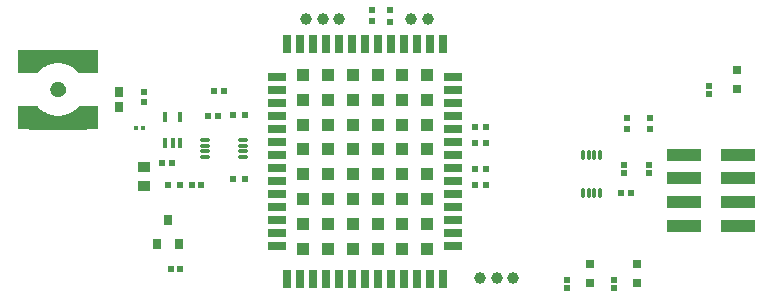
<source format=gtp>
G04*
G04 #@! TF.GenerationSoftware,Altium Limited,Altium Designer,21.6.4 (81)*
G04*
G04 Layer_Color=8421504*
%FSLAX44Y44*%
%MOMM*%
G71*
G04*
G04 #@! TF.SameCoordinates,1866F5A2-3B0E-43F8-A249-63D3AF7C4C1F*
G04*
G04*
G04 #@! TF.FilePolarity,Positive*
G04*
G01*
G75*
%ADD19R,0.4725X0.5811*%
%ADD20R,0.5811X0.4725*%
%ADD21R,0.5000X0.6000*%
%ADD22R,0.6000X0.5000*%
%ADD23R,5.0000X1.0000*%
%ADD24C,1.0000*%
%ADD25R,0.8000X0.8000*%
G04:AMPARAMS|DCode=26|XSize=0.4mm|YSize=0.85mm|CornerRadius=0.05mm|HoleSize=0mm|Usage=FLASHONLY|Rotation=180.000|XOffset=0mm|YOffset=0mm|HoleType=Round|Shape=RoundedRectangle|*
%AMROUNDEDRECTD26*
21,1,0.4000,0.7500,0,0,180.0*
21,1,0.3000,0.8500,0,0,180.0*
1,1,0.1000,-0.1500,0.3750*
1,1,0.1000,0.1500,0.3750*
1,1,0.1000,0.1500,-0.3750*
1,1,0.1000,-0.1500,-0.3750*
%
%ADD26ROUNDEDRECTD26*%
%ADD27R,0.8000X1.5000*%
%ADD28R,1.5000X0.8000*%
%ADD29R,1.1000X1.1000*%
%ADD30R,0.6200X0.6000*%
%ADD31R,0.6153X0.5725*%
G04:AMPARAMS|DCode=32|XSize=0.3mm|YSize=0.8mm|CornerRadius=0.0495mm|HoleSize=0mm|Usage=FLASHONLY|Rotation=90.000|XOffset=0mm|YOffset=0mm|HoleType=Round|Shape=RoundedRectangle|*
%AMROUNDEDRECTD32*
21,1,0.3000,0.7010,0,0,90.0*
21,1,0.2010,0.8000,0,0,90.0*
1,1,0.0990,0.3505,0.1005*
1,1,0.0990,0.3505,-0.1005*
1,1,0.0990,-0.3505,-0.1005*
1,1,0.0990,-0.3505,0.1005*
%
%ADD32ROUNDEDRECTD32*%
%ADD33R,0.8000X0.9000*%
%ADD34R,0.6500X0.8500*%
%ADD35R,0.5725X0.6153*%
%ADD36R,0.4541X0.3627*%
%ADD37R,1.0000X0.9000*%
%ADD38R,0.6000X0.6200*%
%ADD39R,2.9500X1.0200*%
G04:AMPARAMS|DCode=40|XSize=0.3mm|YSize=0.8mm|CornerRadius=0.0495mm|HoleSize=0mm|Usage=FLASHONLY|Rotation=0.000|XOffset=0mm|YOffset=0mm|HoleType=Round|Shape=RoundedRectangle|*
%AMROUNDEDRECTD40*
21,1,0.3000,0.7010,0,0,0.0*
21,1,0.2010,0.8000,0,0,0.0*
1,1,0.0990,0.1005,-0.3505*
1,1,0.0990,-0.1005,-0.3505*
1,1,0.0990,-0.1005,0.3505*
1,1,0.0990,0.1005,0.3505*
%
%ADD40ROUNDEDRECTD40*%
G36*
X40923Y183315D02*
X40935Y183301D01*
X40946Y183286D01*
X41000Y183228D01*
X41053Y183168D01*
X41067Y183155D01*
X41079Y183142D01*
X43342Y180918D01*
X43385Y180880D01*
X43426Y180840D01*
X43458Y180815D01*
X43489Y180788D01*
X43535Y180754D01*
X43580Y180718D01*
X46160Y178872D01*
X46208Y178841D01*
X46255Y178808D01*
X46290Y178788D01*
X46325Y178765D01*
X46376Y178739D01*
X46426Y178711D01*
X49260Y177285D01*
X49313Y177262D01*
X49364Y177237D01*
X49403Y177222D01*
X49440Y177206D01*
X49494Y177188D01*
X49548Y177168D01*
X52569Y176198D01*
X52624Y176183D01*
X52679Y176166D01*
X52719Y176158D01*
X52759Y176147D01*
X52815Y176138D01*
X52871Y176126D01*
X56006Y175635D01*
X56063Y175629D01*
X56119Y175621D01*
X56160Y175619D01*
X56201Y175615D01*
X56258Y175614D01*
X56315Y175611D01*
X59488D01*
X59545Y175614D01*
X59602Y175615D01*
X59643Y175619D01*
X59684Y175621D01*
X59741Y175629D01*
X59798Y175635D01*
X62932Y176126D01*
X62988Y176138D01*
X63045Y176147D01*
X63085Y176158D01*
X63125Y176166D01*
X63179Y176183D01*
X63235Y176198D01*
X66256Y177168D01*
X66309Y177188D01*
X66364Y177206D01*
X66401Y177222D01*
X66439Y177237D01*
X66491Y177262D01*
X66543Y177285D01*
X69378Y178711D01*
X69427Y178739D01*
X69478Y178765D01*
X69513Y178787D01*
X69549Y178808D01*
X69595Y178840D01*
X69644Y178872D01*
X72223Y180718D01*
X72268Y180754D01*
X72314Y180788D01*
X72345Y180815D01*
X72377Y180840D01*
X72418Y180880D01*
X72461Y180918D01*
X74724Y183142D01*
X74737Y183155D01*
X74750Y183168D01*
X74803Y183228D01*
X74858Y183286D01*
X74869Y183301D01*
X74881Y183315D01*
X75275Y183805D01*
X91459Y183805D01*
Y164188D01*
X24344D01*
Y183805D01*
X40528D01*
X40923Y183315D01*
D02*
G37*
G36*
X59837Y204378D02*
X61044Y203878D01*
X62130Y203152D01*
X63054Y202228D01*
X63780Y201141D01*
X64280Y199934D01*
X64535Y198652D01*
Y197999D01*
Y197346D01*
X64280Y196064D01*
X63780Y194857D01*
X63054Y193771D01*
X62130Y192846D01*
X61044Y192120D01*
X59837Y191620D01*
X58555Y191366D01*
X57248D01*
X55967Y191620D01*
X54760Y192120D01*
X53673Y192846D01*
X52749Y193770D01*
X52023Y194857D01*
X51523Y196064D01*
X51268Y197346D01*
Y197999D01*
Y198652D01*
X51523Y199934D01*
X52023Y201141D01*
X52749Y202228D01*
X53673Y203152D01*
X54760Y203878D01*
X55967Y204378D01*
X57248Y204633D01*
X58555D01*
X59837Y204378D01*
D02*
G37*
G36*
X91459Y212194D02*
X75275D01*
X74881Y212683D01*
X74869Y212697D01*
X74858Y212712D01*
X74803Y212771D01*
X74750Y212830D01*
X74737Y212843D01*
X74724Y212856D01*
X72461Y215080D01*
X72418Y215118D01*
X72377Y215158D01*
X72345Y215183D01*
X72315Y215210D01*
X72268Y215244D01*
X72223Y215280D01*
X69644Y217127D01*
X69595Y217158D01*
X69549Y217190D01*
X69513Y217211D01*
X69478Y217233D01*
X69427Y217259D01*
X69378Y217287D01*
X66543Y218713D01*
X66491Y218736D01*
X66439Y218761D01*
X66401Y218776D01*
X66364Y218792D01*
X66309Y218810D01*
X66256Y218830D01*
X63235Y219800D01*
X63179Y219815D01*
X63125Y219832D01*
X63085Y219840D01*
X63045Y219851D01*
X62989Y219860D01*
X62932Y219872D01*
X59798Y220363D01*
X59741Y220369D01*
X59684Y220377D01*
X59643Y220379D01*
X59602Y220384D01*
X59545Y220384D01*
X59488Y220387D01*
X56315D01*
X56258Y220384D01*
X56201Y220384D01*
X56160Y220379D01*
X56119Y220377D01*
X56063Y220369D01*
X56006Y220363D01*
X52871Y219872D01*
X52815Y219860D01*
X52759Y219851D01*
X52719Y219840D01*
X52679Y219832D01*
X52624Y219815D01*
X52569Y219800D01*
X49548Y218830D01*
X49494Y218810D01*
X49440Y218792D01*
X49403Y218776D01*
X49364Y218761D01*
X49313Y218736D01*
X49260Y218713D01*
X46426Y217287D01*
X46376Y217259D01*
X46325Y217233D01*
X46291Y217211D01*
X46255Y217190D01*
X46208Y217158D01*
X46160Y217127D01*
X43580Y215280D01*
X43535Y215244D01*
X43489Y215210D01*
X43458Y215183D01*
X43426Y215158D01*
X43385Y215118D01*
X43342Y215080D01*
X41079Y212856D01*
X41067Y212843D01*
X41053Y212830D01*
X41000Y212771D01*
X40946Y212712D01*
X40935Y212697D01*
X40923Y212683D01*
X40528Y212194D01*
X24344D01*
Y231811D01*
X91459D01*
Y212194D01*
D02*
G37*
D19*
X528656Y36880D02*
D03*
Y29569D02*
D03*
X609346Y201218D02*
D03*
Y193907D02*
D03*
X488696Y36880D02*
D03*
Y29569D02*
D03*
X537464Y134465D02*
D03*
Y127155D02*
D03*
X558292D02*
D03*
Y134465D02*
D03*
D20*
X161135Y46177D02*
D03*
X153825D02*
D03*
X178915Y116840D02*
D03*
X171605D02*
D03*
D21*
X215820Y122428D02*
D03*
X205820D02*
D03*
X206074Y176022D02*
D03*
X216074D02*
D03*
X161210Y116840D02*
D03*
X151210D02*
D03*
D22*
X539496Y174164D02*
D03*
Y164164D02*
D03*
X559054Y174164D02*
D03*
Y164164D02*
D03*
X339090Y255350D02*
D03*
Y265350D02*
D03*
D23*
X57900Y168839D02*
D03*
X55360Y225940D02*
D03*
D24*
X57902Y197999D02*
D03*
X370840Y257810D02*
D03*
X356870D02*
D03*
X295910D02*
D03*
X281940D02*
D03*
X267970D02*
D03*
X443230Y38100D02*
D03*
X429260D02*
D03*
X415290D02*
D03*
D25*
X632714Y214752D02*
D03*
Y198252D02*
D03*
X508426Y50414D02*
D03*
Y33914D02*
D03*
X548386D02*
D03*
Y50414D02*
D03*
D26*
X148440Y175080D02*
D03*
X161440D02*
D03*
Y152580D02*
D03*
X154940D02*
D03*
X148440D02*
D03*
D27*
X383930Y236320D02*
D03*
X372930D02*
D03*
X361930D02*
D03*
X350930D02*
D03*
X339930D02*
D03*
X328930D02*
D03*
X317930D02*
D03*
X284930D02*
D03*
X273930D02*
D03*
X262930D02*
D03*
X295930D02*
D03*
X306930D02*
D03*
X251930D02*
D03*
Y37320D02*
D03*
X262930D02*
D03*
X273930D02*
D03*
X284930D02*
D03*
X295930D02*
D03*
X306930D02*
D03*
X317930D02*
D03*
X328930D02*
D03*
X339930D02*
D03*
X350930D02*
D03*
X361930D02*
D03*
X372930D02*
D03*
X383930D02*
D03*
D28*
X243430Y208320D02*
D03*
Y197320D02*
D03*
Y186320D02*
D03*
Y175320D02*
D03*
Y164320D02*
D03*
Y153320D02*
D03*
Y142320D02*
D03*
Y131320D02*
D03*
Y120320D02*
D03*
Y109320D02*
D03*
Y98320D02*
D03*
Y87320D02*
D03*
Y76320D02*
D03*
Y65320D02*
D03*
X392430D02*
D03*
Y76320D02*
D03*
Y87320D02*
D03*
Y98320D02*
D03*
Y109320D02*
D03*
Y120320D02*
D03*
Y131320D02*
D03*
Y142320D02*
D03*
Y153320D02*
D03*
Y164320D02*
D03*
Y175320D02*
D03*
Y186320D02*
D03*
Y197320D02*
D03*
Y208320D02*
D03*
D29*
X265430Y63320D02*
D03*
Y84320D02*
D03*
Y105320D02*
D03*
Y126320D02*
D03*
Y147320D02*
D03*
Y168320D02*
D03*
Y189320D02*
D03*
X265430Y210320D02*
D03*
X286430Y63320D02*
D03*
Y84320D02*
D03*
Y105320D02*
D03*
Y126320D02*
D03*
Y147320D02*
D03*
Y168320D02*
D03*
Y189320D02*
D03*
Y210320D02*
D03*
X307430Y63320D02*
D03*
Y84320D02*
D03*
Y105320D02*
D03*
Y126320D02*
D03*
Y147320D02*
D03*
Y168320D02*
D03*
Y189320D02*
D03*
X307430Y210320D02*
D03*
X328430Y63320D02*
D03*
Y84320D02*
D03*
Y105320D02*
D03*
Y126320D02*
D03*
Y147320D02*
D03*
Y168320D02*
D03*
Y189320D02*
D03*
Y210320D02*
D03*
X349430Y63320D02*
D03*
Y84320D02*
D03*
Y105320D02*
D03*
Y126320D02*
D03*
Y147320D02*
D03*
Y168320D02*
D03*
Y189320D02*
D03*
X349430Y210320D02*
D03*
X370430Y63320D02*
D03*
Y84320D02*
D03*
Y105320D02*
D03*
Y126320D02*
D03*
Y147320D02*
D03*
Y168320D02*
D03*
Y189320D02*
D03*
Y210320D02*
D03*
D30*
X323850Y264950D02*
D03*
Y255750D02*
D03*
D31*
X193455Y175487D02*
D03*
X184883D02*
D03*
X534643Y110236D02*
D03*
X543214D02*
D03*
X198596Y197104D02*
D03*
X190024D02*
D03*
X154146Y135890D02*
D03*
X145574D02*
D03*
D32*
X214120Y140582D02*
D03*
Y145582D02*
D03*
Y150582D02*
D03*
Y155582D02*
D03*
X182120Y140582D02*
D03*
Y145582D02*
D03*
Y150582D02*
D03*
Y155582D02*
D03*
D33*
X141630Y67470D02*
D03*
X160630D02*
D03*
X151130Y87470D02*
D03*
D34*
X109220Y182980D02*
D03*
Y195480D02*
D03*
D35*
X130810Y187485D02*
D03*
Y196056D02*
D03*
D36*
X130043Y165100D02*
D03*
X123957D02*
D03*
D37*
X130810Y116460D02*
D03*
Y132460D02*
D03*
D38*
X410690Y116840D02*
D03*
X419890D02*
D03*
Y130810D02*
D03*
X410690D02*
D03*
X419890Y152400D02*
D03*
X410690D02*
D03*
Y166370D02*
D03*
X419890D02*
D03*
D39*
X633450Y82800D02*
D03*
Y102800D02*
D03*
Y122800D02*
D03*
Y142800D02*
D03*
X587950Y82800D02*
D03*
Y102800D02*
D03*
Y122800D02*
D03*
Y142800D02*
D03*
D40*
X502024Y110238D02*
D03*
X507024D02*
D03*
X512024D02*
D03*
X517024D02*
D03*
X502024Y142238D02*
D03*
X507024D02*
D03*
X512024D02*
D03*
X517024D02*
D03*
M02*

</source>
